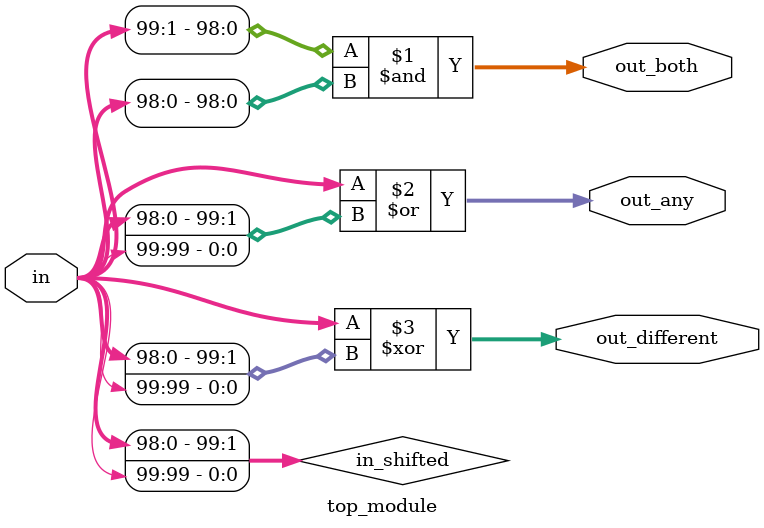
<source format=sv>
module top_module (
    input [99:0] in,
    output [98:0] out_both,
    output [99:0] out_any,
    output [99:0] out_different
);

    wire [99:0] in_shifted;
    
    // Shift in by 1 bit to the left
    assign in_shifted = {in[98:0], in[99]};
    
    // Generate out_both, out_any, and out_different
    assign out_both = in[99:1] & in[98:0];  // Perform bit-wise AND, resulting in a 99-bit wide vector
    assign out_any = in | in_shifted;       // Perform bit-wise OR, resulting in a 100-bit wide vector
    assign out_different = in ^ in_shifted; // Perform bit-wise XOR, resulting in a 100-bit wide vector

endmodule

</source>
